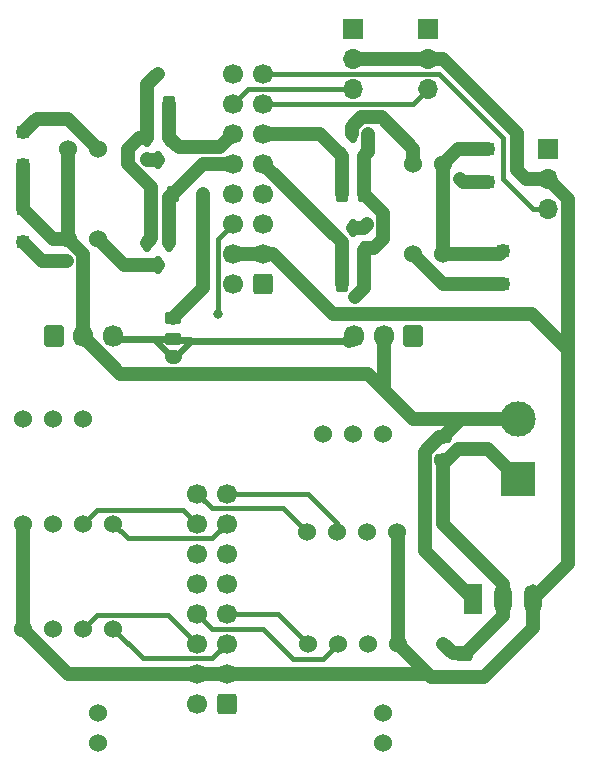
<source format=gbr>
%TF.GenerationSoftware,KiCad,Pcbnew,(6.0.1)*%
%TF.CreationDate,2022-02-03T23:41:23+01:00*%
%TF.ProjectId,CarteSecondaire,43617274-6553-4656-936f-6e6461697265,rev?*%
%TF.SameCoordinates,Original*%
%TF.FileFunction,Copper,L1,Top*%
%TF.FilePolarity,Positive*%
%FSLAX46Y46*%
G04 Gerber Fmt 4.6, Leading zero omitted, Abs format (unit mm)*
G04 Created by KiCad (PCBNEW (6.0.1)) date 2022-02-03 23:41:23*
%MOMM*%
%LPD*%
G01*
G04 APERTURE LIST*
G04 Aperture macros list*
%AMRoundRect*
0 Rectangle with rounded corners*
0 $1 Rounding radius*
0 $2 $3 $4 $5 $6 $7 $8 $9 X,Y pos of 4 corners*
0 Add a 4 corners polygon primitive as box body*
4,1,4,$2,$3,$4,$5,$6,$7,$8,$9,$2,$3,0*
0 Add four circle primitives for the rounded corners*
1,1,$1+$1,$2,$3*
1,1,$1+$1,$4,$5*
1,1,$1+$1,$6,$7*
1,1,$1+$1,$8,$9*
0 Add four rect primitives between the rounded corners*
20,1,$1+$1,$2,$3,$4,$5,0*
20,1,$1+$1,$4,$5,$6,$7,0*
20,1,$1+$1,$6,$7,$8,$9,0*
20,1,$1+$1,$8,$9,$2,$3,0*%
G04 Aperture macros list end*
%TA.AperFunction,ComponentPad*%
%ADD10RoundRect,0.250000X0.600000X0.600000X-0.600000X0.600000X-0.600000X-0.600000X0.600000X-0.600000X0*%
%TD*%
%TA.AperFunction,ComponentPad*%
%ADD11C,1.700000*%
%TD*%
%TA.AperFunction,ComponentPad*%
%ADD12R,1.500000X2.500000*%
%TD*%
%TA.AperFunction,ComponentPad*%
%ADD13O,1.500000X2.500000*%
%TD*%
%TA.AperFunction,ComponentPad*%
%ADD14R,3.000000X3.000000*%
%TD*%
%TA.AperFunction,ComponentPad*%
%ADD15C,3.000000*%
%TD*%
%TA.AperFunction,SMDPad,CuDef*%
%ADD16RoundRect,0.250000X-0.475000X0.250000X-0.475000X-0.250000X0.475000X-0.250000X0.475000X0.250000X0*%
%TD*%
%TA.AperFunction,SMDPad,CuDef*%
%ADD17R,1.100000X1.100000*%
%TD*%
%TA.AperFunction,SMDPad,CuDef*%
%ADD18RoundRect,0.250000X-0.450000X0.262500X-0.450000X-0.262500X0.450000X-0.262500X0.450000X0.262500X0*%
%TD*%
%TA.AperFunction,ComponentPad*%
%ADD19C,1.524000*%
%TD*%
%TA.AperFunction,SMDPad,CuDef*%
%ADD20RoundRect,0.150000X0.150000X-0.587500X0.150000X0.587500X-0.150000X0.587500X-0.150000X-0.587500X0*%
%TD*%
%TA.AperFunction,SMDPad,CuDef*%
%ADD21RoundRect,0.250000X0.262500X0.450000X-0.262500X0.450000X-0.262500X-0.450000X0.262500X-0.450000X0*%
%TD*%
%TA.AperFunction,SMDPad,CuDef*%
%ADD22RoundRect,0.250000X-0.262500X-0.450000X0.262500X-0.450000X0.262500X0.450000X-0.262500X0.450000X0*%
%TD*%
%TA.AperFunction,ComponentPad*%
%ADD23R,1.700000X1.700000*%
%TD*%
%TA.AperFunction,ComponentPad*%
%ADD24O,1.700000X1.700000*%
%TD*%
%TA.AperFunction,SMDPad,CuDef*%
%ADD25RoundRect,0.150000X-0.150000X0.587500X-0.150000X-0.587500X0.150000X-0.587500X0.150000X0.587500X0*%
%TD*%
%TA.AperFunction,ComponentPad*%
%ADD26RoundRect,0.250000X0.600000X0.675000X-0.600000X0.675000X-0.600000X-0.675000X0.600000X-0.675000X0*%
%TD*%
%TA.AperFunction,ComponentPad*%
%ADD27O,1.700000X1.850000*%
%TD*%
%TA.AperFunction,ComponentPad*%
%ADD28RoundRect,0.250000X-0.600000X-0.675000X0.600000X-0.675000X0.600000X0.675000X-0.600000X0.675000X0*%
%TD*%
%TA.AperFunction,ViaPad*%
%ADD29C,0.800000*%
%TD*%
%TA.AperFunction,Conductor*%
%ADD30C,1.200000*%
%TD*%
%TA.AperFunction,Conductor*%
%ADD31C,0.400000*%
%TD*%
%TA.AperFunction,Conductor*%
%ADD32C,0.600000*%
%TD*%
G04 APERTURE END LIST*
D10*
%TO.P,NAPPE2,1,Pin_1*%
%TO.N,GND*%
X111801511Y-181001511D03*
D11*
%TO.P,NAPPE2,2,Pin_2*%
X109261511Y-181001511D03*
%TO.P,NAPPE2,3,Pin_3*%
%TO.N,+5V*%
X111801511Y-178461511D03*
%TO.P,NAPPE2,4,Pin_4*%
X109261511Y-178461511D03*
%TO.P,NAPPE2,5,Pin_5*%
%TO.N,MC1B*%
X111801511Y-175921511D03*
%TO.P,NAPPE2,6,Pin_6*%
%TO.N,MC1A*%
X109261511Y-175921511D03*
%TO.P,NAPPE2,7,Pin_7*%
%TO.N,MC2B*%
X111801511Y-173381511D03*
%TO.P,NAPPE2,8,Pin_8*%
%TO.N,MC2A*%
X109261511Y-173381511D03*
%TO.P,NAPPE2,9,Pin_9*%
%TO.N,CONTACTEUR2_GPIO*%
X111801511Y-170841511D03*
%TO.P,NAPPE2,10,Pin_10*%
%TO.N,CONTACTEUR1_GPIO*%
X109261511Y-170841511D03*
%TO.P,NAPPE2,11,Pin_11*%
%TO.N,unconnected-(J7-Pad11)*%
X111801511Y-168301511D03*
%TO.P,NAPPE2,12,Pin_12*%
%TO.N,DataAX12_TX*%
X109261511Y-168301511D03*
%TO.P,NAPPE2,13,Pin_13*%
%TO.N,RC_1B*%
X111801511Y-165761511D03*
%TO.P,NAPPE2,14,Pin_14*%
%TO.N,RC_1A*%
X109261511Y-165761511D03*
%TO.P,NAPPE2,15,Pin_15*%
%TO.N,RC_2A*%
X111801511Y-163221511D03*
%TO.P,NAPPE2,16,Pin_16*%
%TO.N,RC_2B*%
X109261511Y-163221511D03*
%TD*%
D12*
%TO.P,TSR_1-2450,1,Vin*%
%TO.N,+12V*%
X132639011Y-172111511D03*
D13*
%TO.P,TSR_1-2450,2,GND*%
%TO.N,GND*%
X135179011Y-172111511D03*
%TO.P,TSR_1-2450,3,Vout*%
%TO.N,+5V*%
X137719011Y-172111511D03*
%TD*%
D14*
%TO.P,SCREW_TERM,1,Pin_1*%
%TO.N,GND*%
X136449011Y-161951511D03*
D15*
%TO.P,SCREW_TERM,2,Pin_2*%
%TO.N,+12V*%
X136449011Y-156871511D03*
%TD*%
D16*
%TO.P,C3,1*%
%TO.N,+12V*%
X130099011Y-158461511D03*
%TO.P,C3,2*%
%TO.N,GND*%
X130099011Y-160361511D03*
%TD*%
D17*
%TO.P,D4,1,K*%
%TO.N,+12V*%
X133909011Y-134011511D03*
%TO.P,D4,2,A*%
%TO.N,Net-(CONN_COL6-Pad2)*%
X133909011Y-136811511D03*
%TD*%
D18*
%TO.P,R10,1*%
%TO.N,+3V3*%
X107239011Y-148339011D03*
%TO.P,R10,2*%
%TO.N,DataAX12_TX*%
X107239011Y-150164011D03*
%TD*%
D19*
%TO.P,PWM_MOT1,1,Pin_1*%
%TO.N,GND*%
X94539011Y-156871511D03*
%TO.P,PWM_MOT1,2,Pin_2*%
%TO.N,Mot1PWM*%
X97079011Y-156871511D03*
%TO.P,PWM_MOT1,3,Pin_3*%
%TO.N,Mot1DIR*%
X99619011Y-156871511D03*
%TD*%
%TO.P,POMPE1,1,Pin_1*%
%TO.N,+12V*%
X98349011Y-141631511D03*
%TO.P,POMPE1,2,Pin_2*%
%TO.N,Net-(CONN_COL2-Pad2)*%
X100889011Y-141631511D03*
%TD*%
D20*
%TO.P,Q4,1,G*%
%TO.N,EV2*%
X121529011Y-134616511D03*
%TO.P,Q4,2,S*%
%TO.N,GND*%
X123429011Y-134616511D03*
%TO.P,Q4,3,D*%
%TO.N,Net-(CONN_COL6-Pad2)*%
X122479011Y-132741511D03*
%TD*%
%TO.P,Q3,1,G*%
%TO.N,POMPE2*%
X121529011Y-142569011D03*
%TO.P,Q3,2,S*%
%TO.N,GND*%
X123429011Y-142569011D03*
%TO.P,Q3,3,D*%
%TO.N,Net-(CONN_COL5-Pad2)*%
X122479011Y-140694011D03*
%TD*%
D21*
%TO.P,R3,1*%
%TO.N,POMPE1*%
X107239011Y-137821511D03*
%TO.P,R3,2*%
%TO.N,GND*%
X105414011Y-137821511D03*
%TD*%
D22*
%TO.P,R8,1*%
%TO.N,POMPE2*%
X121566511Y-145441511D03*
%TO.P,R8,2*%
%TO.N,GND*%
X123391511Y-145441511D03*
%TD*%
D19*
%TO.P,CONTACT2,1,Pin_1*%
%TO.N,CONTACTEUR2_GPIO*%
X125019011Y-181763511D03*
%TO.P,CONTACT2,2,Pin_2*%
%TO.N,GND*%
X125019011Y-184303511D03*
%TD*%
D23*
%TO.P,SERVO1,1,Pin_1*%
%TO.N,GND*%
X128829011Y-123851511D03*
D24*
%TO.P,SERVO1,2,Pin_2*%
%TO.N,+5V*%
X128829011Y-126391511D03*
%TO.P,SERVO1,3,Pin_3*%
%TO.N,S1*%
X128829011Y-128931511D03*
%TD*%
D19*
%TO.P,ENC_FOL2,1,Pin_1*%
%TO.N,+5V*%
X126210000Y-166500000D03*
%TO.P,ENC_FOL2,2,Pin_2*%
%TO.N,GND*%
X123670000Y-166500000D03*
%TO.P,ENC_FOL2,3,Pin_3*%
%TO.N,RC_2A*%
X121130000Y-166500000D03*
%TO.P,ENC_FOL2,4,Pin_4*%
%TO.N,RC_2B*%
X118590000Y-166500000D03*
%TD*%
D17*
%TO.P,D3,1,K*%
%TO.N,+12V*%
X135179011Y-142641511D03*
%TO.P,D3,2,A*%
%TO.N,Net-(CONN_COL5-Pad2)*%
X135179011Y-145441511D03*
%TD*%
D19*
%TO.P,EV2,1,Pin_1*%
%TO.N,+12V*%
X130099011Y-135281511D03*
%TO.P,EV2,2,Pin_2*%
%TO.N,Net-(CONN_COL6-Pad2)*%
X127559011Y-135281511D03*
%TD*%
%TO.P,EV1,1,Pin_1*%
%TO.N,+12V*%
X98349011Y-134011511D03*
%TO.P,EV1,2,Pin_2*%
%TO.N,Net-(CONN_COL3-Pad2)*%
X100889011Y-134011511D03*
%TD*%
%TO.P,POMPE2,1,Pin_1*%
%TO.N,+12V*%
X130099011Y-142901511D03*
%TO.P,POMPE2,2,Pin_2*%
%TO.N,Net-(CONN_COL5-Pad2)*%
X127559011Y-142901511D03*
%TD*%
D25*
%TO.P,Q1,1,G*%
%TO.N,POMPE1*%
X106919011Y-141964011D03*
%TO.P,Q1,2,S*%
%TO.N,GND*%
X105019011Y-141964011D03*
%TO.P,Q1,3,D*%
%TO.N,Net-(CONN_COL2-Pad2)*%
X105969011Y-143839011D03*
%TD*%
D19*
%TO.P,ENC_MOT1,1,Pin_1*%
%TO.N,+5V*%
X94539011Y-174651511D03*
%TO.P,ENC_MOT1,2,Pin_2*%
%TO.N,GND*%
X97079011Y-174651511D03*
%TO.P,ENC_MOT1,3,Pin_3*%
%TO.N,MC1A*%
X99619011Y-174651511D03*
%TO.P,ENC_MOT1,4,Pin_4*%
%TO.N,MC1B*%
X102159011Y-174651511D03*
%TD*%
D17*
%TO.P,DIODE,1,K*%
%TO.N,+12V*%
X94539011Y-139091511D03*
%TO.P,DIODE,2,A*%
%TO.N,Net-(CONN_COL2-Pad2)*%
X94539011Y-141891511D03*
%TD*%
D23*
%TO.P,SERVO3,1,Pin_1*%
%TO.N,GND*%
X138989011Y-134026511D03*
D24*
%TO.P,SERVO3,2,Pin_2*%
%TO.N,+5V*%
X138989011Y-136566511D03*
%TO.P,SERVO3,3,Pin_3*%
%TO.N,S3*%
X138989011Y-139106511D03*
%TD*%
D10*
%TO.P,J18,1,Pin_1*%
%TO.N,GND*%
X114859011Y-145441511D03*
D11*
%TO.P,J18,2,Pin_2*%
X112319011Y-145441511D03*
%TO.P,J18,3,Pin_3*%
%TO.N,+5V*%
X114859011Y-142901511D03*
%TO.P,J18,4,Pin_4*%
X112319011Y-142901511D03*
%TO.P,J18,5,Pin_5*%
%TO.N,Mot2DIR*%
X114859011Y-140361511D03*
%TO.P,J18,6,Pin_6*%
%TO.N,Mot2PWM*%
X112319011Y-140361511D03*
%TO.P,J18,7,Pin_7*%
%TO.N,Mot1DIR*%
X114859011Y-137821511D03*
%TO.P,J18,8,Pin_8*%
%TO.N,Mot1PWM*%
X112319011Y-137821511D03*
%TO.P,J18,9,Pin_9*%
%TO.N,POMPE2*%
X114859011Y-135281511D03*
%TO.P,J18,10,Pin_10*%
%TO.N,POMPE1*%
X112319011Y-135281511D03*
%TO.P,J18,11,Pin_11*%
%TO.N,EV2*%
X114859011Y-132741511D03*
%TO.P,J18,12,Pin_12*%
%TO.N,EV1*%
X112319011Y-132741511D03*
%TO.P,J18,13,Pin_13*%
%TO.N,S1*%
X114859011Y-130201511D03*
%TO.P,J18,14,Pin_14*%
%TO.N,S2*%
X112319011Y-130201511D03*
%TO.P,J18,15,Pin_15*%
%TO.N,S3*%
X114859011Y-127661511D03*
%TO.P,J18,16,Pin_16*%
%TO.N,+3V3*%
X112319011Y-127661511D03*
%TD*%
D17*
%TO.P,DIODE,1,K*%
%TO.N,+12V*%
X94539011Y-135411511D03*
%TO.P,DIODE,2,A*%
%TO.N,Net-(CONN_COL3-Pad2)*%
X94539011Y-132611511D03*
%TD*%
D19*
%TO.P,ENC_MOT2,1,Pin_1*%
%TO.N,+5V*%
X126289011Y-175921511D03*
%TO.P,ENC_MOT2,2,Pin_2*%
%TO.N,GND*%
X123749011Y-175921511D03*
%TO.P,ENC_MOT2,3,Pin_3*%
%TO.N,MC2A*%
X121209011Y-175921511D03*
%TO.P,ENC_MOT2,4,Pin_4*%
%TO.N,MC2B*%
X118669011Y-175921511D03*
%TD*%
D23*
%TO.P,SERVO2,1,Pin_1*%
%TO.N,GND*%
X122479011Y-123866511D03*
D24*
%TO.P,SERVO2,2,Pin_2*%
%TO.N,+5V*%
X122479011Y-126406511D03*
%TO.P,SERVO2,3,Pin_3*%
%TO.N,S2*%
X122479011Y-128946511D03*
%TD*%
D19*
%TO.P,MOT_PWM2,1,Pin_1*%
%TO.N,GND*%
X125019011Y-158141511D03*
%TO.P,MOT_PWM2,2,Pin_2*%
%TO.N,Mot2PWM*%
X122479011Y-158141511D03*
%TO.P,MOT_PWM2,3,Pin_3*%
%TO.N,Mot2DIR*%
X119939011Y-158141511D03*
%TD*%
D26*
%TO.P,DYNAMIXEL2,1,Pin_1*%
%TO.N,GND*%
X127559011Y-149871511D03*
D27*
%TO.P,DYNAMIXEL2,2,Pin_2*%
%TO.N,+12V*%
X125059011Y-149871511D03*
%TO.P,DYNAMIXEL2,3,Pin_3*%
%TO.N,DataAX12_TX*%
X122559011Y-149871511D03*
%TD*%
D22*
%TO.P,R9,1*%
%TO.N,EV2*%
X121566511Y-137821511D03*
%TO.P,R9,2*%
%TO.N,GND*%
X123391511Y-137821511D03*
%TD*%
D28*
%TO.P,DYNAMIXEL1,1,Pin_1*%
%TO.N,GND*%
X97119011Y-149901511D03*
D27*
%TO.P,DYNAMIXEL1,2,Pin_2*%
%TO.N,+12V*%
X99619011Y-149901511D03*
%TO.P,DYNAMIXEL1,3,Pin_3*%
%TO.N,DataAX12_TX*%
X102119011Y-149901511D03*
%TD*%
D25*
%TO.P,Q2,1,G*%
%TO.N,EV1*%
X106919011Y-133074011D03*
%TO.P,Q2,2,S*%
%TO.N,GND*%
X105019011Y-133074011D03*
%TO.P,Q2,3,D*%
%TO.N,Net-(CONN_COL3-Pad2)*%
X105969011Y-134949011D03*
%TD*%
D19*
%TO.P,CONTACT1,1,Pin_1*%
%TO.N,CONTACTEUR1_GPIO*%
X100889011Y-181763511D03*
%TO.P,CONTACT1,2,Pin_2*%
%TO.N,GND*%
X100889011Y-184303511D03*
%TD*%
D16*
%TO.P,C4,1*%
%TO.N,GND*%
X131900000Y-176850000D03*
%TO.P,C4,2*%
%TO.N,+5V*%
X131900000Y-178750000D03*
%TD*%
D19*
%TO.P,ENC_FOL1,1,Pin_1*%
%TO.N,+5V*%
X94539011Y-165761511D03*
%TO.P,ENC_FOL1,2,Pin_2*%
%TO.N,GND*%
X97079011Y-165761511D03*
%TO.P,ENC_FOL1,3,Pin_3*%
%TO.N,RC_1A*%
X99619011Y-165761511D03*
%TO.P,ENC_FOL1,4,Pin_4*%
%TO.N,RC_1B*%
X102159011Y-165761511D03*
%TD*%
D21*
%TO.P,R7,1*%
%TO.N,EV1*%
X106881511Y-130201511D03*
%TO.P,R7,2*%
%TO.N,GND*%
X105056511Y-130201511D03*
%TD*%
D29*
%TO.N,GND*%
X123749011Y-132741511D03*
X105969011Y-127661511D03*
X130099011Y-175921511D03*
X122628522Y-146576245D03*
%TO.N,Net-(CONN_COL2-Pad2)*%
X98219491Y-143481211D03*
%TO.N,Net-(CONN_COL3-Pad2)*%
X105053621Y-134926901D03*
%TO.N,Net-(CONN_COL5-Pad2)*%
X123619491Y-140361511D03*
%TO.N,Net-(CONN_COL6-Pad2)*%
X131498531Y-136551511D03*
%TO.N,DataAX12_TX*%
X107239011Y-151661991D03*
%TO.N,Mot2PWM*%
X111049011Y-147981511D03*
%TO.N,+3V3*%
X109779011Y-137821511D03*
%TD*%
D30*
%TO.N,+12V*%
X97079011Y-141631511D02*
X98349011Y-141631511D01*
X94539011Y-139091511D02*
X94539011Y-135411511D01*
X134919011Y-142901511D02*
X135179011Y-142641511D01*
X130099011Y-158461511D02*
X129789766Y-158461511D01*
X133909011Y-134011511D02*
X131369011Y-134011511D01*
X102779011Y-153061511D02*
X99619011Y-149901511D01*
X98349011Y-141631511D02*
X98349011Y-134011511D01*
X130099011Y-142901511D02*
X134919011Y-142901511D01*
X125059011Y-154291511D02*
X125019011Y-154331511D01*
X129789766Y-158461511D02*
X128574491Y-159676786D01*
X130099011Y-135281511D02*
X130099011Y-142901511D01*
X131369011Y-134011511D02*
X130099011Y-135281511D01*
X128574491Y-159676786D02*
X128574491Y-168046991D01*
X130099011Y-158421511D02*
X130099011Y-158461511D01*
X99619011Y-142901511D02*
X98349011Y-141631511D01*
X127559011Y-156871511D02*
X136449011Y-156871511D01*
X99619011Y-149901511D02*
X99619011Y-142901511D01*
X125019011Y-154331511D02*
X123749011Y-153061511D01*
X125059011Y-149871511D02*
X125059011Y-154291511D01*
X128574491Y-168046991D02*
X132639011Y-172111511D01*
X94539011Y-139091511D02*
X97079011Y-141631511D01*
X123749011Y-153061511D02*
X102779011Y-153061511D01*
X131649011Y-156871511D02*
X130099011Y-158421511D01*
X136449011Y-156871511D02*
X131649011Y-156871511D01*
X125019011Y-154331511D02*
X127559011Y-156871511D01*
%TO.N,GND*%
X105414011Y-137821511D02*
X105414011Y-137266511D01*
X123391511Y-145441511D02*
X123391511Y-145813256D01*
X125019011Y-141631511D02*
X124231031Y-142419491D01*
X123429011Y-142569011D02*
X123429011Y-145404011D01*
X130099011Y-165761511D02*
X135179011Y-170841511D01*
X123391511Y-145813256D02*
X122628522Y-146576245D01*
X103429011Y-134011511D02*
X104366511Y-133074011D01*
X125019011Y-139449011D02*
X125019011Y-141631511D01*
X133909011Y-159411511D02*
X131369011Y-159411511D01*
X105056511Y-133036511D02*
X105019011Y-133074011D01*
X130909491Y-176731991D02*
X130099011Y-175921511D01*
X136449011Y-161951511D02*
X133909011Y-159411511D01*
X123749011Y-134296511D02*
X123429011Y-134616511D01*
X105414011Y-141569011D02*
X105019011Y-141964011D01*
X123429011Y-134616511D02*
X123429011Y-137784011D01*
X135179011Y-172111511D02*
X135179011Y-173570989D01*
X104366511Y-133074011D02*
X105019011Y-133074011D01*
X105056511Y-128574011D02*
X105056511Y-130201511D01*
X130099011Y-160361511D02*
X130099011Y-165761511D01*
X103429011Y-135281511D02*
X103429011Y-134011511D01*
X131369011Y-159411511D02*
X130099011Y-160681511D01*
X123578531Y-142419491D02*
X123429011Y-142569011D01*
X135179011Y-170841511D02*
X135179011Y-172111511D01*
X123391511Y-137821511D02*
X125019011Y-139449011D01*
X105969011Y-127661511D02*
X105056511Y-128574011D01*
X135179011Y-173570989D02*
X132018009Y-176731991D01*
X123429011Y-137784011D02*
X123391511Y-137821511D01*
X123429011Y-145404011D02*
X123391511Y-145441511D01*
X105056511Y-130201511D02*
X105056511Y-133036511D01*
X105414011Y-137821511D02*
X105414011Y-141569011D01*
X132018009Y-176731991D02*
X130909491Y-176731991D01*
X123749011Y-132741511D02*
X123749011Y-134296511D01*
X105414011Y-137266511D02*
X103429011Y-135281511D01*
X124231031Y-142419491D02*
X123578531Y-142419491D01*
%TO.N,+5V*%
X126289011Y-175921511D02*
X126289011Y-166579011D01*
X137719011Y-174561511D02*
X137719011Y-172111511D01*
X136389011Y-135831511D02*
X136389011Y-132681511D01*
X112319011Y-142901511D02*
X114859011Y-142901511D01*
X128829011Y-126391511D02*
X122494011Y-126391511D01*
X109261511Y-178461511D02*
X98349011Y-178461511D01*
X140689011Y-151031511D02*
X140689011Y-138266511D01*
X128829011Y-178461511D02*
X126289011Y-175921511D01*
X115665638Y-142901511D02*
X120745638Y-147981511D01*
X122494011Y-126391511D02*
X122479011Y-126406511D01*
X137639011Y-147981511D02*
X140689011Y-151031511D01*
X111801511Y-178461511D02*
X128829011Y-178461511D01*
X136389011Y-132681511D02*
X130099011Y-126391511D01*
X133530522Y-178750000D02*
X137719011Y-174561511D01*
X128829011Y-178461511D02*
X129117500Y-178750000D01*
X120745638Y-147981511D02*
X137639011Y-147981511D01*
X137719011Y-172111511D02*
X140689011Y-169141511D01*
X98349011Y-178461511D02*
X94539011Y-174651511D01*
X94539011Y-174651511D02*
X94539011Y-165761511D01*
X138989011Y-136566511D02*
X137124011Y-136566511D01*
X130099011Y-126391511D02*
X128829011Y-126391511D01*
X114859011Y-142901511D02*
X115665638Y-142901511D01*
X140689011Y-138266511D02*
X138989011Y-136566511D01*
X111801511Y-178461511D02*
X109261511Y-178461511D01*
X140689011Y-169141511D02*
X140689011Y-151031511D01*
X137124011Y-136566511D02*
X136389011Y-135831511D01*
X129117500Y-178750000D02*
X133530522Y-178750000D01*
X126289011Y-166579011D02*
X126210000Y-166500000D01*
%TO.N,Net-(CONN_COL2-Pad2)*%
X94539011Y-141891511D02*
X96128711Y-143481211D01*
X105969011Y-143839011D02*
X103096511Y-143839011D01*
X96128711Y-143481211D02*
X98219491Y-143481211D01*
X103096511Y-143839011D02*
X100889011Y-141631511D01*
%TO.N,Net-(CONN_COL3-Pad2)*%
X95679011Y-131471511D02*
X94539011Y-132611511D01*
X100889011Y-134011511D02*
X98349011Y-131471511D01*
X105969011Y-134949011D02*
X105075731Y-134949011D01*
X98349011Y-131471511D02*
X95679011Y-131471511D01*
X105053621Y-134926901D02*
X105075731Y-134949011D01*
%TO.N,Net-(CONN_COL5-Pad2)*%
X122479011Y-140694011D02*
X123416511Y-140694011D01*
X123619491Y-140491031D02*
X123619491Y-140361511D01*
X123416511Y-140694011D02*
X123619491Y-140491031D01*
X130099011Y-145441511D02*
X127559011Y-142901511D01*
X135179011Y-145441511D02*
X130099011Y-145441511D01*
%TO.N,Net-(CONN_COL6-Pad2)*%
X124889491Y-131341991D02*
X123169311Y-131341991D01*
X122349491Y-132161811D02*
X122349491Y-132741511D01*
X127559011Y-135281511D02*
X127559011Y-134011511D01*
X133909011Y-136811511D02*
X131758531Y-136811511D01*
X131498531Y-136551511D02*
X131758531Y-136811511D01*
X123169311Y-131341991D02*
X122349491Y-132161811D01*
X127559011Y-134011511D02*
X124889491Y-131341991D01*
D31*
%TO.N,MC1B*%
X110552000Y-177171022D02*
X104678522Y-177171022D01*
X111801511Y-175921511D02*
X110552000Y-177171022D01*
X104678522Y-177171022D02*
X102159011Y-174651511D01*
%TO.N,MC1A*%
X109261511Y-175921511D02*
X106830000Y-173490000D01*
X100780522Y-173490000D02*
X99619011Y-174651511D01*
X106830000Y-173490000D02*
X100780522Y-173490000D01*
%TO.N,MC2B*%
X118669011Y-175921511D02*
X116129011Y-173381511D01*
X116129011Y-173381511D02*
X111801511Y-173381511D01*
%TO.N,MC2A*%
X121209011Y-175921511D02*
X119939011Y-177191511D01*
X110552000Y-174672000D02*
X109261511Y-173381511D01*
X114879500Y-174672000D02*
X110552000Y-174672000D01*
X117399011Y-177191511D02*
X114879500Y-174672000D01*
X119939011Y-177191511D02*
X117399011Y-177191511D01*
D32*
%TO.N,DataAX12_TX*%
X107462062Y-150200000D02*
X107368531Y-150293531D01*
D30*
X102381511Y-150164011D02*
X102119011Y-149901511D01*
X107239011Y-151661991D02*
X107109491Y-151661991D01*
D32*
X107239011Y-150164011D02*
X105611511Y-150164011D01*
X122136991Y-150293531D02*
X108736991Y-150293531D01*
X107368531Y-151661991D02*
X108736991Y-150293531D01*
D30*
X122559011Y-149871511D02*
X122136991Y-150293531D01*
D32*
X105611511Y-150164011D02*
X102381511Y-150164011D01*
X108643460Y-150200000D02*
X107462062Y-150200000D01*
X107109491Y-151661991D02*
X105611511Y-150164011D01*
X108736991Y-150293531D02*
X108643460Y-150200000D01*
D30*
X107239011Y-151661991D02*
X107368531Y-151661991D01*
D31*
%TO.N,RC_1B*%
X103408522Y-167011022D02*
X102159011Y-165761511D01*
X110552000Y-167011022D02*
X103408522Y-167011022D01*
X111801511Y-165761511D02*
X110552000Y-167011022D01*
%TO.N,RC_1A*%
X108100000Y-164600000D02*
X100780522Y-164600000D01*
X109261511Y-165761511D02*
X108100000Y-164600000D01*
X100780522Y-164600000D02*
X99619011Y-165761511D01*
%TO.N,RC_2B*%
X109261511Y-163221511D02*
X110511022Y-164471022D01*
X116561022Y-164471022D02*
X118590000Y-166500000D01*
X110511022Y-164471022D02*
X116561022Y-164471022D01*
%TO.N,RC_2A*%
X121130000Y-165682500D02*
X121130000Y-166500000D01*
X118669011Y-163221511D02*
X121130000Y-165682500D01*
X111801511Y-163221511D02*
X118669011Y-163221511D01*
%TO.N,S3*%
X137734011Y-139106511D02*
X138989011Y-139106511D01*
X129719011Y-127661511D02*
X135179011Y-133121511D01*
X135179011Y-136551511D02*
X137734011Y-139106511D01*
X114859011Y-127661511D02*
X129719011Y-127661511D01*
X135179011Y-133121511D02*
X135179011Y-136551511D01*
%TO.N,S2*%
X122479011Y-128946511D02*
X113574011Y-128946511D01*
X113574011Y-128946511D02*
X112319011Y-130201511D01*
%TO.N,Mot2PWM*%
X111049011Y-141631511D02*
X111049011Y-147981511D01*
X112319011Y-140361511D02*
X111049011Y-141631511D01*
%TO.N,S1*%
X127559011Y-130201511D02*
X128829011Y-128931511D01*
X114859011Y-130201511D02*
X127559011Y-130201511D01*
D30*
%TO.N,POMPE1*%
X106919011Y-141964011D02*
X106919011Y-138141511D01*
X112319011Y-135281511D02*
X109779011Y-135281511D01*
X109779011Y-135281511D02*
X107239011Y-137821511D01*
X106919011Y-138141511D02*
X107239011Y-137821511D01*
%TO.N,POMPE2*%
X121529011Y-142569011D02*
X121529011Y-145404011D01*
X121529011Y-141951511D02*
X114859011Y-135281511D01*
X121529011Y-145404011D02*
X121566511Y-145441511D01*
X121529011Y-142569011D02*
X121529011Y-141951511D01*
%TO.N,EV1*%
X106919011Y-130239011D02*
X106881511Y-130201511D01*
X112319011Y-132741511D02*
X111178531Y-133881991D01*
X107726991Y-133881991D02*
X106919011Y-133074011D01*
X111178531Y-133881991D02*
X107726991Y-133881991D01*
X106919011Y-133074011D02*
X106919011Y-130239011D01*
%TO.N,EV2*%
X119654011Y-132741511D02*
X121529011Y-134616511D01*
X114859011Y-132741511D02*
X119654011Y-132741511D01*
X121529011Y-134616511D02*
X121529011Y-137784011D01*
X121529011Y-137784011D02*
X121566511Y-137821511D01*
%TO.N,+3V3*%
X109779011Y-137821511D02*
X109779011Y-145799011D01*
X109779011Y-145799011D02*
X107239011Y-148339011D01*
%TD*%
M02*

</source>
